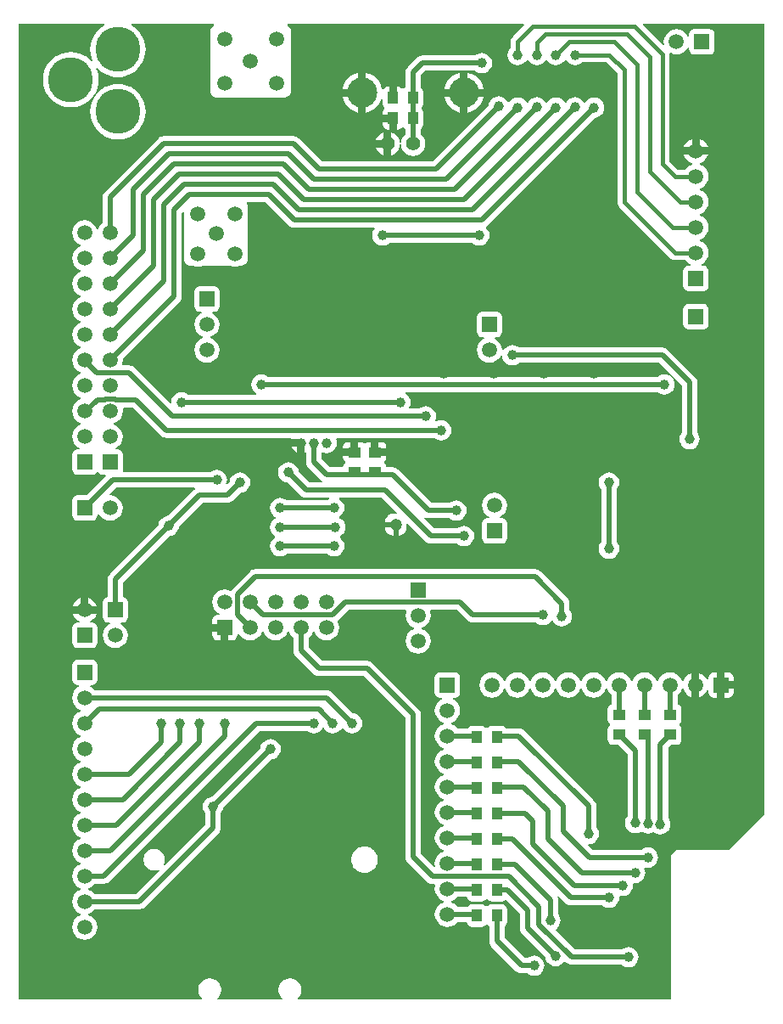
<source format=gbl>
G04 Layer_Physical_Order=2*
G04 Layer_Color=16711680*
%FSLAX23Y23*%
%MOIN*%
G70*
G01*
G75*
%ADD13R,0.039X0.049*%
%ADD17R,0.049X0.039*%
%ADD38C,0.020*%
%ADD41C,0.015*%
%ADD43C,0.177*%
%ADD44C,0.059*%
%ADD45R,0.059X0.059*%
%ADD46C,0.055*%
%ADD47C,0.118*%
%ADD48R,0.059X0.059*%
%ADD49C,0.039*%
%ADD50C,0.047*%
G36*
X2820Y767D02*
X2680Y627D01*
X2484D01*
X2476Y626D01*
X2469Y623D01*
X2463Y618D01*
X2458Y612D01*
X2455Y604D01*
X2454Y596D01*
Y40D01*
X987D01*
X986Y42D01*
X986Y45D01*
X991Y50D01*
X996Y58D01*
X999Y65D01*
X1001Y75D01*
Y83D01*
X999Y92D01*
X996Y100D01*
X991Y108D01*
X991Y108D01*
X985Y113D01*
X977Y119D01*
X970Y122D01*
X960Y124D01*
X958D01*
X956Y124D01*
X954Y124D01*
X952D01*
X942Y122D01*
X935Y119D01*
X927Y113D01*
X927Y113D01*
X921Y108D01*
X916Y100D01*
X913Y92D01*
X911Y83D01*
Y75D01*
X913Y65D01*
X916Y58D01*
X921Y50D01*
X921Y50D01*
X926Y45D01*
X925Y40D01*
X672D01*
X671Y42D01*
X671Y45D01*
X676Y50D01*
X681Y58D01*
X684Y65D01*
X686Y75D01*
Y83D01*
X684Y92D01*
X681Y100D01*
X676Y108D01*
X676Y108D01*
X670Y113D01*
X662Y119D01*
X655Y122D01*
X645Y124D01*
X643D01*
X641Y124D01*
X639Y124D01*
X637D01*
X627Y122D01*
X620Y119D01*
X612Y113D01*
X612Y113D01*
X606Y108D01*
X601Y100D01*
X598Y92D01*
X596Y83D01*
Y75D01*
X598Y65D01*
X601Y58D01*
X606Y50D01*
X606Y50D01*
X611Y45D01*
X610Y40D01*
X-110D01*
Y3870D01*
X226D01*
X228Y3865D01*
X216Y3858D01*
X203Y3847D01*
X192Y3834D01*
X183Y3819D01*
X176Y3804D01*
X172Y3787D01*
X171Y3770D01*
X172Y3753D01*
X176Y3736D01*
X180Y3727D01*
X176Y3724D01*
X172Y3729D01*
X159Y3740D01*
X144Y3749D01*
X129Y3755D01*
X112Y3759D01*
X95Y3761D01*
X78Y3759D01*
X61Y3755D01*
X46Y3749D01*
X31Y3740D01*
X18Y3729D01*
X7Y3716D01*
X-2Y3701D01*
X-9Y3686D01*
X-13Y3669D01*
X-14Y3652D01*
X-13Y3635D01*
X-9Y3618D01*
X-2Y3602D01*
X7Y3588D01*
X18Y3575D01*
X31Y3564D01*
X46Y3555D01*
X61Y3548D01*
X78Y3544D01*
X95Y3543D01*
X112Y3544D01*
X129Y3548D01*
X144Y3555D01*
X159Y3564D01*
X172Y3575D01*
X183Y3588D01*
X192Y3602D01*
X199Y3618D01*
X203Y3635D01*
X204Y3652D01*
X203Y3669D01*
X199Y3686D01*
X195Y3695D01*
X199Y3698D01*
X203Y3693D01*
X216Y3682D01*
X231Y3673D01*
X246Y3666D01*
X263Y3662D01*
X280Y3661D01*
X297Y3662D01*
X314Y3666D01*
X329Y3673D01*
X344Y3682D01*
X357Y3693D01*
X368Y3706D01*
X377Y3721D01*
X384Y3736D01*
X388Y3753D01*
X389Y3770D01*
X388Y3787D01*
X384Y3804D01*
X377Y3819D01*
X368Y3834D01*
X357Y3847D01*
X344Y3858D01*
X332Y3865D01*
X334Y3870D01*
X656D01*
X657Y3865D01*
X652Y3861D01*
X647Y3855D01*
X644Y3848D01*
X643Y3840D01*
Y3610D01*
X644Y3602D01*
X647Y3595D01*
X652Y3589D01*
X658Y3584D01*
X665Y3581D01*
X673Y3580D01*
X930D01*
X938Y3581D01*
X945Y3584D01*
X951Y3589D01*
X956Y3595D01*
X959Y3602D01*
X960Y3610D01*
Y3840D01*
X959Y3848D01*
X956Y3855D01*
X951Y3861D01*
X946Y3865D01*
X948Y3870D01*
X1875D01*
X1876Y3866D01*
X1832Y3821D01*
X1827Y3815D01*
X1825Y3809D01*
X1824Y3801D01*
Y3777D01*
X1823Y3777D01*
X1817Y3769D01*
X1813Y3759D01*
X1811Y3749D01*
X1813Y3738D01*
X1817Y3729D01*
X1823Y3720D01*
X1831Y3714D01*
X1841Y3710D01*
X1851Y3709D01*
X1862Y3710D01*
X1871Y3714D01*
X1880Y3720D01*
X1886Y3729D01*
X1886Y3729D01*
X1891D01*
X1892Y3729D01*
X1898Y3720D01*
X1906Y3714D01*
X1916Y3710D01*
X1926Y3709D01*
X1937Y3710D01*
X1946Y3714D01*
X1955Y3720D01*
X1961Y3729D01*
X1961Y3729D01*
X1966D01*
X1967Y3729D01*
X1973Y3720D01*
X1981Y3714D01*
X1991Y3710D01*
X2001Y3709D01*
X2012Y3710D01*
X2021Y3714D01*
X2030Y3720D01*
X2036Y3729D01*
X2036Y3729D01*
X2041D01*
X2042Y3729D01*
X2048Y3720D01*
X2056Y3714D01*
X2066Y3710D01*
X2076Y3709D01*
X2087Y3710D01*
X2096Y3714D01*
X2105Y3720D01*
X2105Y3721D01*
X2200D01*
X2242Y3679D01*
Y3170D01*
X2243Y3163D01*
X2246Y3156D01*
X2250Y3150D01*
X2449Y2952D01*
X2455Y2947D01*
X2461Y2945D01*
X2469Y2944D01*
X2510D01*
X2516Y2936D01*
X2526Y2928D01*
X2531Y2926D01*
X2530Y2921D01*
X2522D01*
X2514Y2920D01*
X2507Y2915D01*
X2503Y2909D01*
X2501Y2901D01*
Y2842D01*
X2503Y2834D01*
X2507Y2828D01*
X2514Y2823D01*
X2522Y2822D01*
X2581D01*
X2589Y2823D01*
X2595Y2828D01*
X2600Y2834D01*
X2601Y2842D01*
Y2901D01*
X2600Y2909D01*
X2595Y2915D01*
X2589Y2920D01*
X2581Y2921D01*
X2573D01*
X2572Y2926D01*
X2576Y2928D01*
X2587Y2936D01*
X2595Y2946D01*
X2600Y2959D01*
X2601Y2971D01*
X2600Y2984D01*
X2595Y2996D01*
X2587Y3007D01*
X2576Y3015D01*
X2567Y3019D01*
Y3024D01*
X2576Y3028D01*
X2587Y3036D01*
X2595Y3046D01*
X2600Y3059D01*
X2601Y3071D01*
X2600Y3084D01*
X2595Y3096D01*
X2587Y3107D01*
X2576Y3115D01*
X2567Y3119D01*
Y3124D01*
X2576Y3128D01*
X2587Y3136D01*
X2595Y3146D01*
X2600Y3159D01*
X2601Y3171D01*
X2600Y3184D01*
X2595Y3196D01*
X2587Y3207D01*
X2576Y3215D01*
X2567Y3219D01*
Y3224D01*
X2576Y3228D01*
X2587Y3236D01*
X2595Y3246D01*
X2600Y3259D01*
X2601Y3271D01*
X2600Y3284D01*
X2595Y3296D01*
X2587Y3307D01*
X2576Y3315D01*
X2567Y3319D01*
Y3324D01*
X2576Y3328D01*
X2587Y3336D01*
X2595Y3346D01*
X2599Y3356D01*
X2551D01*
X2504D01*
X2508Y3346D01*
X2516Y3336D01*
X2526Y3328D01*
X2536Y3324D01*
Y3319D01*
X2526Y3315D01*
X2516Y3307D01*
X2510Y3299D01*
X2480D01*
X2448Y3331D01*
Y3750D01*
X2447Y3753D01*
X2448Y3753D01*
X2452Y3756D01*
X2462Y3752D01*
X2475Y3750D01*
X2488Y3752D01*
X2500Y3757D01*
X2510Y3765D01*
X2518Y3775D01*
X2520Y3779D01*
X2525Y3778D01*
Y3770D01*
X2527Y3763D01*
X2531Y3756D01*
X2538Y3752D01*
X2545Y3750D01*
X2605D01*
X2612Y3752D01*
X2619Y3756D01*
X2623Y3763D01*
X2625Y3770D01*
Y3830D01*
X2623Y3837D01*
X2619Y3844D01*
X2612Y3848D01*
X2605Y3850D01*
X2545D01*
X2538Y3848D01*
X2531Y3844D01*
X2527Y3837D01*
X2525Y3830D01*
Y3822D01*
X2520Y3821D01*
X2518Y3825D01*
X2510Y3835D01*
X2500Y3843D01*
X2488Y3848D01*
X2475Y3850D01*
X2462Y3848D01*
X2450Y3843D01*
X2440Y3835D01*
X2432Y3825D01*
X2427Y3813D01*
X2425Y3800D01*
X2426Y3790D01*
X2422Y3788D01*
X2344Y3866D01*
X2345Y3870D01*
X2820D01*
Y767D01*
D02*
G37*
%LPC*%
G36*
X1920Y1730D02*
X820D01*
X812Y1729D01*
X805Y1726D01*
X799Y1721D01*
X799Y1721D01*
X729Y1651D01*
X724Y1645D01*
X722Y1644D01*
X713Y1648D01*
X700Y1650D01*
X687Y1648D01*
X675Y1643D01*
X665Y1635D01*
X657Y1625D01*
X652Y1613D01*
X650Y1600D01*
X652Y1587D01*
X657Y1575D01*
X665Y1565D01*
X675Y1557D01*
X679Y1555D01*
X678Y1550D01*
X670D01*
X663Y1548D01*
X656Y1544D01*
X652Y1537D01*
X650Y1530D01*
Y1515D01*
X700D01*
Y1500D01*
X715D01*
Y1450D01*
X730D01*
X737Y1452D01*
X744Y1456D01*
X748Y1463D01*
X750Y1470D01*
Y1478D01*
X755Y1479D01*
X757Y1475D01*
X765Y1465D01*
X775Y1457D01*
X787Y1452D01*
X800Y1450D01*
X813Y1452D01*
X825Y1457D01*
X835Y1465D01*
X843Y1475D01*
X847Y1485D01*
X853D01*
X857Y1475D01*
X865Y1465D01*
X875Y1457D01*
X887Y1452D01*
X900Y1450D01*
X913Y1452D01*
X925Y1457D01*
X935Y1465D01*
X943Y1475D01*
X947Y1485D01*
X953D01*
X957Y1475D01*
X965Y1465D01*
X970Y1461D01*
Y1410D01*
X971Y1402D01*
X974Y1395D01*
X979Y1389D01*
X1049Y1319D01*
X1049Y1319D01*
X1055Y1314D01*
X1062Y1311D01*
X1070Y1310D01*
X1247D01*
X1410Y1147D01*
Y600D01*
X1411Y592D01*
X1414Y585D01*
X1419Y579D01*
X1495Y503D01*
X1501Y498D01*
X1508Y495D01*
X1516Y494D01*
X1525D01*
X1527Y490D01*
X1527Y488D01*
X1525Y475D01*
X1527Y462D01*
X1532Y450D01*
X1540Y440D01*
X1550Y432D01*
X1560Y428D01*
Y422D01*
X1550Y418D01*
X1540Y410D01*
X1532Y400D01*
X1527Y388D01*
X1525Y375D01*
X1527Y362D01*
X1532Y350D01*
X1540Y340D01*
X1550Y332D01*
X1562Y327D01*
X1575Y325D01*
X1588Y327D01*
X1600Y332D01*
X1610Y340D01*
X1614Y345D01*
X1651D01*
X1652Y338D01*
X1657Y331D01*
X1663Y327D01*
X1671Y325D01*
X1710D01*
X1718Y327D01*
X1725Y331D01*
X1727Y334D01*
X1733D01*
X1735Y331D01*
X1739Y328D01*
Y271D01*
X1740Y263D01*
X1743Y255D01*
X1748Y249D01*
X1845Y152D01*
X1851Y148D01*
X1858Y145D01*
X1866Y144D01*
X1890D01*
X1896Y139D01*
X1906Y135D01*
X1916Y134D01*
X1927Y135D01*
X1936Y139D01*
X1945Y145D01*
X1951Y154D01*
X1955Y163D01*
X1956Y174D01*
X1955Y184D01*
X1951Y194D01*
X1945Y202D01*
X1936Y208D01*
X1927Y212D01*
X1916Y214D01*
X1906Y212D01*
X1896Y208D01*
X1890Y204D01*
X1879D01*
X1800Y283D01*
Y328D01*
X1803Y331D01*
X1808Y338D01*
X1809Y345D01*
Y395D01*
X1808Y402D01*
X1803Y409D01*
X1797Y413D01*
X1789Y415D01*
X1750D01*
X1742Y413D01*
X1735Y409D01*
X1733Y406D01*
X1727D01*
X1725Y409D01*
X1718Y413D01*
X1710Y415D01*
X1671D01*
X1663Y413D01*
X1657Y409D01*
X1654Y405D01*
X1614D01*
X1610Y410D01*
X1600Y418D01*
X1590Y422D01*
Y428D01*
X1600Y432D01*
X1610Y440D01*
X1614Y445D01*
X1651D01*
X1652Y438D01*
X1657Y431D01*
X1663Y427D01*
X1671Y425D01*
X1710D01*
X1718Y427D01*
X1725Y431D01*
X1727Y434D01*
X1733D01*
X1735Y431D01*
X1742Y427D01*
X1750Y425D01*
X1789D01*
X1797Y427D01*
X1803Y431D01*
X1806Y431D01*
X1860Y377D01*
Y320D01*
X1861Y312D01*
X1864Y305D01*
X1869Y299D01*
X1960Y208D01*
X1961Y200D01*
X1965Y191D01*
X1971Y183D01*
X1979Y176D01*
X1989Y172D01*
X1999Y171D01*
X2010Y172D01*
X2019Y176D01*
X2027Y183D01*
X2032Y188D01*
X2038Y189D01*
X2042Y185D01*
X2042Y185D01*
X2049Y180D01*
X2056Y177D01*
X2064Y176D01*
X2261D01*
X2266Y172D01*
X2276Y168D01*
X2286Y166D01*
X2297Y168D01*
X2306Y172D01*
X2315Y178D01*
X2321Y186D01*
X2325Y196D01*
X2326Y206D01*
X2325Y217D01*
X2321Y226D01*
X2315Y235D01*
X2306Y241D01*
X2297Y245D01*
X2286Y246D01*
X2276Y245D01*
X2266Y241D01*
X2261Y237D01*
X2076D01*
X2001Y311D01*
X2002Y318D01*
X2008Y322D01*
X2014Y330D01*
X2018Y340D01*
X2020Y350D01*
X2018Y361D01*
X2014Y370D01*
X2010Y376D01*
Y430D01*
X2009Y438D01*
X2007Y443D01*
X2011Y446D01*
X2039Y419D01*
X2045Y414D01*
X2052Y411D01*
X2060Y410D01*
X2184D01*
X2190Y405D01*
X2200Y401D01*
X2210Y400D01*
X2220Y401D01*
X2230Y405D01*
X2238Y412D01*
X2245Y420D01*
X2249Y430D01*
X2250Y440D01*
X2249Y445D01*
X2254Y448D01*
X2264Y446D01*
X2274Y448D01*
X2284Y452D01*
X2292Y458D01*
X2298Y466D01*
X2302Y476D01*
X2304Y486D01*
X2303Y493D01*
X2307Y498D01*
X2313Y497D01*
X2323Y499D01*
X2333Y503D01*
X2341Y509D01*
X2347Y517D01*
X2351Y527D01*
X2353Y537D01*
X2351Y548D01*
X2348Y555D01*
X2351Y559D01*
X2352Y559D01*
X2362Y558D01*
X2372Y559D01*
X2382Y563D01*
X2390Y570D01*
X2397Y578D01*
X2401Y588D01*
X2402Y598D01*
X2401Y608D01*
X2397Y618D01*
X2390Y626D01*
X2382Y633D01*
X2372Y637D01*
X2362Y638D01*
X2352Y637D01*
X2342Y633D01*
X2336Y628D01*
X2145D01*
X2127Y646D01*
X2129Y650D01*
X2130Y650D01*
X2140Y651D01*
X2150Y655D01*
X2158Y662D01*
X2165Y670D01*
X2169Y680D01*
X2170Y690D01*
X2169Y700D01*
X2165Y710D01*
X2160Y716D01*
Y800D01*
X2159Y808D01*
X2156Y815D01*
X2151Y821D01*
X1876Y1096D01*
X1870Y1101D01*
X1863Y1104D01*
X1855Y1105D01*
X1806D01*
X1803Y1109D01*
X1797Y1113D01*
X1789Y1115D01*
X1750D01*
X1742Y1113D01*
X1735Y1109D01*
X1733Y1106D01*
X1727D01*
X1725Y1109D01*
X1718Y1113D01*
X1710Y1115D01*
X1671D01*
X1663Y1113D01*
X1657Y1109D01*
X1654Y1105D01*
X1614D01*
X1610Y1110D01*
X1600Y1118D01*
X1590Y1122D01*
Y1128D01*
X1600Y1132D01*
X1610Y1140D01*
X1618Y1150D01*
X1623Y1162D01*
X1625Y1175D01*
X1623Y1188D01*
X1618Y1200D01*
X1610Y1210D01*
X1600Y1218D01*
X1596Y1220D01*
X1597Y1225D01*
X1605D01*
X1612Y1227D01*
X1619Y1231D01*
X1623Y1238D01*
X1625Y1245D01*
Y1305D01*
X1623Y1312D01*
X1619Y1319D01*
X1612Y1323D01*
X1605Y1325D01*
X1545D01*
X1538Y1323D01*
X1531Y1319D01*
X1527Y1312D01*
X1525Y1305D01*
Y1245D01*
X1527Y1238D01*
X1531Y1231D01*
X1538Y1227D01*
X1545Y1225D01*
X1553D01*
X1554Y1220D01*
X1550Y1218D01*
X1540Y1210D01*
X1532Y1200D01*
X1527Y1188D01*
X1525Y1175D01*
X1527Y1162D01*
X1532Y1150D01*
X1540Y1140D01*
X1550Y1132D01*
X1560Y1128D01*
Y1122D01*
X1550Y1118D01*
X1540Y1110D01*
X1532Y1100D01*
X1527Y1088D01*
X1525Y1075D01*
X1527Y1062D01*
X1532Y1050D01*
X1540Y1040D01*
X1550Y1032D01*
X1560Y1028D01*
Y1022D01*
X1550Y1018D01*
X1540Y1010D01*
X1532Y1000D01*
X1527Y988D01*
X1525Y975D01*
X1527Y962D01*
X1532Y950D01*
X1540Y940D01*
X1550Y932D01*
X1560Y928D01*
Y922D01*
X1550Y918D01*
X1540Y910D01*
X1532Y900D01*
X1527Y888D01*
X1525Y875D01*
X1527Y862D01*
X1532Y850D01*
X1540Y840D01*
X1550Y832D01*
X1560Y828D01*
Y822D01*
X1550Y818D01*
X1540Y810D01*
X1532Y800D01*
X1527Y788D01*
X1525Y775D01*
X1527Y762D01*
X1532Y750D01*
X1540Y740D01*
X1550Y732D01*
X1560Y728D01*
Y722D01*
X1550Y718D01*
X1540Y710D01*
X1532Y700D01*
X1527Y688D01*
X1525Y675D01*
X1527Y662D01*
X1532Y650D01*
X1540Y640D01*
X1550Y632D01*
X1560Y628D01*
Y622D01*
X1550Y618D01*
X1540Y610D01*
X1532Y600D01*
X1527Y588D01*
X1525Y575D01*
X1527Y563D01*
X1523Y561D01*
X1522Y561D01*
X1470Y613D01*
Y1160D01*
X1469Y1168D01*
X1466Y1175D01*
X1461Y1181D01*
X1461Y1181D01*
X1281Y1361D01*
X1275Y1366D01*
X1268Y1369D01*
X1260Y1370D01*
X1083D01*
X1030Y1423D01*
Y1461D01*
X1035Y1465D01*
X1043Y1475D01*
X1047Y1485D01*
X1053D01*
X1057Y1475D01*
X1065Y1465D01*
X1075Y1457D01*
X1087Y1452D01*
X1100Y1450D01*
X1113Y1452D01*
X1125Y1457D01*
X1135Y1465D01*
X1143Y1475D01*
X1148Y1487D01*
X1150Y1500D01*
X1148Y1513D01*
X1143Y1525D01*
X1143Y1526D01*
X1146Y1529D01*
X1188Y1570D01*
X1411D01*
X1414Y1566D01*
X1412Y1561D01*
X1410Y1548D01*
X1412Y1535D01*
X1417Y1523D01*
X1425Y1513D01*
X1435Y1505D01*
X1445Y1501D01*
Y1495D01*
X1435Y1491D01*
X1425Y1483D01*
X1417Y1473D01*
X1412Y1461D01*
X1410Y1448D01*
X1412Y1435D01*
X1417Y1423D01*
X1425Y1413D01*
X1435Y1405D01*
X1447Y1400D01*
X1460Y1398D01*
X1473Y1400D01*
X1485Y1405D01*
X1495Y1413D01*
X1503Y1423D01*
X1508Y1435D01*
X1510Y1448D01*
X1508Y1461D01*
X1503Y1473D01*
X1495Y1483D01*
X1485Y1491D01*
X1475Y1495D01*
Y1501D01*
X1485Y1505D01*
X1495Y1513D01*
X1503Y1523D01*
X1508Y1535D01*
X1510Y1548D01*
X1508Y1561D01*
X1506Y1566D01*
X1509Y1570D01*
X1612D01*
X1654Y1529D01*
X1660Y1524D01*
X1667Y1521D01*
X1675Y1520D01*
X1675Y1520D01*
X1924D01*
X1930Y1515D01*
X1940Y1511D01*
X1950Y1510D01*
X1960Y1511D01*
X1970Y1515D01*
X1978Y1522D01*
X1983Y1528D01*
X1989Y1528D01*
X1990Y1525D01*
X1997Y1517D01*
X2005Y1510D01*
X2015Y1506D01*
X2025Y1505D01*
X2035Y1506D01*
X2045Y1510D01*
X2053Y1517D01*
X2060Y1525D01*
X2064Y1535D01*
X2065Y1545D01*
X2064Y1555D01*
X2060Y1565D01*
X2055Y1571D01*
Y1595D01*
X2054Y1603D01*
X2051Y1610D01*
X2046Y1616D01*
X1941Y1721D01*
X1935Y1726D01*
X1928Y1729D01*
X1920Y1730D01*
D02*
G37*
G36*
X2210Y2110D02*
X2200Y2109D01*
X2190Y2105D01*
X2182Y2098D01*
X2175Y2090D01*
X2171Y2080D01*
X2170Y2070D01*
X2171Y2060D01*
X2175Y2050D01*
X2180Y2044D01*
Y1836D01*
X2175Y1830D01*
X2171Y1820D01*
X2170Y1810D01*
X2171Y1800D01*
X2175Y1790D01*
X2182Y1782D01*
X2190Y1775D01*
X2200Y1771D01*
X2210Y1770D01*
X2220Y1771D01*
X2230Y1775D01*
X2238Y1782D01*
X2245Y1790D01*
X2249Y1800D01*
X2250Y1810D01*
X2249Y1820D01*
X2245Y1830D01*
X2240Y1836D01*
Y2044D01*
X2245Y2050D01*
X2249Y2060D01*
X2250Y2070D01*
X2249Y2080D01*
X2245Y2090D01*
X2238Y2098D01*
X2230Y2105D01*
X2220Y2109D01*
X2210Y2110D01*
D02*
G37*
G36*
X135Y1617D02*
X125Y1613D01*
X115Y1605D01*
X107Y1595D01*
X103Y1585D01*
X135D01*
Y1617D01*
D02*
G37*
G36*
X165D02*
Y1585D01*
X197D01*
X193Y1595D01*
X185Y1605D01*
X175Y1613D01*
X165Y1617D01*
D02*
G37*
G36*
X1770Y2740D02*
X1710D01*
X1703Y2738D01*
X1696Y2734D01*
X1692Y2727D01*
X1690Y2720D01*
Y2660D01*
X1692Y2653D01*
X1696Y2646D01*
X1703Y2642D01*
X1710Y2640D01*
X1718D01*
X1719Y2635D01*
X1715Y2633D01*
X1705Y2625D01*
X1697Y2615D01*
X1692Y2603D01*
X1690Y2590D01*
X1692Y2577D01*
X1697Y2565D01*
X1705Y2555D01*
X1715Y2547D01*
X1727Y2542D01*
X1740Y2540D01*
X1753Y2542D01*
X1765Y2547D01*
X1775Y2555D01*
X1783Y2565D01*
X1785Y2569D01*
X1790Y2569D01*
X1791Y2560D01*
X1795Y2550D01*
X1802Y2542D01*
X1810Y2535D01*
X1820Y2531D01*
X1830Y2530D01*
X1840Y2531D01*
X1850Y2535D01*
X1856Y2540D01*
X2407D01*
X2496Y2451D01*
Y2266D01*
X2492Y2260D01*
X2488Y2250D01*
X2486Y2240D01*
X2488Y2230D01*
X2492Y2220D01*
X2498Y2212D01*
X2506Y2205D01*
X2516Y2201D01*
X2526Y2200D01*
X2537Y2201D01*
X2546Y2205D01*
X2555Y2212D01*
X2561Y2220D01*
X2565Y2230D01*
X2566Y2240D01*
X2565Y2250D01*
X2561Y2260D01*
X2557Y2266D01*
Y2464D01*
X2556Y2471D01*
X2553Y2479D01*
X2548Y2485D01*
X2548Y2485D01*
X2441Y2591D01*
X2435Y2596D01*
X2428Y2599D01*
X2420Y2600D01*
X1856D01*
X1850Y2605D01*
X1840Y2609D01*
X1830Y2610D01*
X1820Y2609D01*
X1810Y2605D01*
X1802Y2598D01*
X1795Y2590D01*
X1795Y2589D01*
X1790Y2590D01*
X1788Y2603D01*
X1783Y2615D01*
X1775Y2625D01*
X1765Y2633D01*
X1761Y2635D01*
X1762Y2640D01*
X1770D01*
X1777Y2642D01*
X1784Y2646D01*
X1788Y2653D01*
X1790Y2660D01*
Y2720D01*
X1788Y2727D01*
X1784Y2734D01*
X1777Y2738D01*
X1770Y2740D01*
D02*
G37*
G36*
X1195Y2229D02*
X1185D01*
X1178Y2228D01*
X1171Y2223D01*
X1167Y2217D01*
X1165Y2209D01*
Y2204D01*
X1195D01*
Y2229D01*
D02*
G37*
G36*
X1760Y2030D02*
X1747Y2028D01*
X1735Y2023D01*
X1725Y2015D01*
X1717Y2005D01*
X1712Y1993D01*
X1710Y1980D01*
X1712Y1967D01*
X1717Y1955D01*
X1725Y1945D01*
X1735Y1937D01*
X1739Y1935D01*
X1738Y1930D01*
X1730D01*
X1723Y1928D01*
X1716Y1924D01*
X1712Y1917D01*
X1710Y1910D01*
Y1850D01*
X1712Y1843D01*
X1716Y1836D01*
X1723Y1832D01*
X1730Y1830D01*
X1790D01*
X1797Y1832D01*
X1804Y1836D01*
X1808Y1843D01*
X1810Y1850D01*
Y1910D01*
X1808Y1917D01*
X1804Y1924D01*
X1797Y1928D01*
X1790Y1930D01*
X1782D01*
X1781Y1935D01*
X1785Y1937D01*
X1795Y1945D01*
X1803Y1955D01*
X1808Y1967D01*
X1810Y1980D01*
X1808Y1993D01*
X1803Y2005D01*
X1795Y2015D01*
X1785Y2023D01*
X1773Y2028D01*
X1760Y2030D01*
D02*
G37*
G36*
X985Y2210D02*
X963D01*
X965Y2205D01*
X972Y2197D01*
X980Y2190D01*
X985Y2188D01*
Y2210D01*
D02*
G37*
G36*
X2700Y1260D02*
X2665D01*
Y1225D01*
X2680D01*
X2687Y1227D01*
X2694Y1231D01*
X2698Y1238D01*
X2700Y1245D01*
Y1260D01*
D02*
G37*
G36*
X2680Y1325D02*
X2665D01*
Y1290D01*
X2700D01*
Y1305D01*
X2698Y1312D01*
X2694Y1319D01*
X2687Y1323D01*
X2680Y1325D01*
D02*
G37*
G36*
X1249Y642D02*
X1248Y642D01*
X1246Y642D01*
X1238Y641D01*
X1236Y640D01*
X1233Y639D01*
X1225Y636D01*
X1223Y635D01*
X1221Y633D01*
X1214Y628D01*
X1212Y626D01*
X1210Y625D01*
X1205Y618D01*
X1204Y616D01*
X1203Y613D01*
X1199Y606D01*
X1199Y603D01*
X1198Y601D01*
X1197Y592D01*
X1197Y590D01*
X1197Y587D01*
X1198Y579D01*
X1199Y576D01*
X1199Y574D01*
X1203Y566D01*
X1204Y564D01*
X1205Y561D01*
X1210Y555D01*
X1212Y553D01*
X1214Y551D01*
X1221Y546D01*
X1223Y545D01*
X1225Y543D01*
X1233Y540D01*
X1236Y540D01*
X1238Y539D01*
X1246Y538D01*
X1248Y538D01*
X1249Y538D01*
X1250Y538D01*
X1252Y538D01*
X1260Y539D01*
X1262Y540D01*
X1265Y540D01*
X1273Y543D01*
X1275Y545D01*
X1277Y546D01*
X1284Y551D01*
X1286Y553D01*
X1288Y555D01*
X1293Y561D01*
X1294Y564D01*
X1295Y566D01*
X1299Y574D01*
X1299Y576D01*
X1300Y579D01*
X1301Y587D01*
X1301Y590D01*
X1301Y592D01*
X1300Y601D01*
X1299Y603D01*
X1299Y606D01*
X1295Y613D01*
X1294Y616D01*
X1293Y618D01*
X1288Y625D01*
X1286Y626D01*
X1284Y628D01*
X1277Y633D01*
X1275Y635D01*
X1273Y636D01*
X1265Y639D01*
X1262Y640D01*
X1260Y641D01*
X1252Y642D01*
X1250Y642D01*
X1249Y642D01*
D02*
G37*
G36*
X180Y1375D02*
X120D01*
X113Y1373D01*
X106Y1369D01*
X102Y1362D01*
X100Y1355D01*
Y1295D01*
X102Y1288D01*
X106Y1281D01*
X113Y1277D01*
X120Y1275D01*
X128D01*
X129Y1270D01*
X125Y1268D01*
X115Y1260D01*
X107Y1250D01*
X102Y1238D01*
X100Y1225D01*
X102Y1212D01*
X107Y1200D01*
X115Y1190D01*
X125Y1182D01*
X135Y1178D01*
Y1172D01*
X125Y1168D01*
X115Y1160D01*
X107Y1150D01*
X102Y1138D01*
X100Y1125D01*
X102Y1112D01*
X107Y1100D01*
X115Y1090D01*
X125Y1082D01*
X135Y1078D01*
Y1072D01*
X125Y1068D01*
X115Y1060D01*
X107Y1050D01*
X102Y1038D01*
X100Y1025D01*
X102Y1012D01*
X107Y1000D01*
X115Y990D01*
X125Y982D01*
X135Y978D01*
Y972D01*
X125Y968D01*
X115Y960D01*
X107Y950D01*
X102Y938D01*
X100Y925D01*
X102Y912D01*
X107Y900D01*
X115Y890D01*
X125Y882D01*
X135Y878D01*
Y872D01*
X125Y868D01*
X115Y860D01*
X107Y850D01*
X102Y838D01*
X100Y825D01*
X102Y812D01*
X107Y800D01*
X115Y790D01*
X125Y782D01*
X135Y778D01*
Y772D01*
X125Y768D01*
X115Y760D01*
X107Y750D01*
X102Y738D01*
X100Y725D01*
X102Y712D01*
X107Y700D01*
X115Y690D01*
X125Y682D01*
X135Y678D01*
Y672D01*
X125Y668D01*
X115Y660D01*
X107Y650D01*
X102Y638D01*
X100Y625D01*
X102Y612D01*
X107Y600D01*
X115Y590D01*
X125Y582D01*
X135Y578D01*
Y572D01*
X125Y568D01*
X115Y560D01*
X107Y550D01*
X102Y538D01*
X100Y525D01*
X102Y512D01*
X107Y500D01*
X115Y490D01*
X125Y482D01*
X135Y478D01*
Y472D01*
X125Y468D01*
X115Y460D01*
X107Y450D01*
X102Y438D01*
X100Y425D01*
X102Y412D01*
X107Y400D01*
X115Y390D01*
X125Y382D01*
X135Y378D01*
Y372D01*
X125Y368D01*
X115Y360D01*
X107Y350D01*
X102Y338D01*
X100Y325D01*
X102Y312D01*
X107Y300D01*
X115Y290D01*
X125Y282D01*
X137Y277D01*
X150Y275D01*
X163Y277D01*
X175Y282D01*
X185Y290D01*
X193Y300D01*
X198Y312D01*
X200Y325D01*
X198Y338D01*
X193Y350D01*
X185Y360D01*
X175Y368D01*
X165Y372D01*
Y378D01*
X175Y382D01*
X185Y390D01*
X189Y395D01*
X365D01*
X373Y396D01*
X380Y399D01*
X386Y404D01*
X675Y692D01*
X675Y692D01*
X680Y698D01*
X683Y706D01*
X684Y714D01*
Y771D01*
X688Y776D01*
X692Y786D01*
X693Y793D01*
X883Y983D01*
X890Y984D01*
X900Y988D01*
X908Y995D01*
X915Y1003D01*
X919Y1013D01*
X920Y1023D01*
X919Y1033D01*
X915Y1043D01*
X908Y1051D01*
X900Y1058D01*
X890Y1062D01*
X880Y1063D01*
X870Y1062D01*
X860Y1058D01*
X852Y1051D01*
X845Y1043D01*
X841Y1033D01*
X840Y1026D01*
X650Y836D01*
X643Y835D01*
X634Y831D01*
X625Y825D01*
X619Y816D01*
X615Y807D01*
X614Y796D01*
X615Y786D01*
X619Y776D01*
X623Y771D01*
Y726D01*
X462Y565D01*
X459Y568D01*
X460Y570D01*
X463Y577D01*
X464Y586D01*
Y594D01*
X463Y602D01*
X460Y610D01*
X460Y610D01*
X455Y617D01*
X449Y622D01*
X442Y627D01*
X435Y630D01*
X426Y632D01*
X424D01*
X422Y632D01*
X420Y632D01*
X418D01*
X410Y630D01*
X402Y627D01*
X402Y627D01*
X395Y622D01*
X390Y617D01*
X385Y610D01*
X382Y602D01*
X380Y594D01*
Y586D01*
X382Y577D01*
X385Y570D01*
X385Y570D01*
X390Y563D01*
X395Y557D01*
X402Y552D01*
X410Y549D01*
X418Y548D01*
X420D01*
X422Y547D01*
X424Y548D01*
X426D01*
X435Y549D01*
X442Y552D01*
X442Y552D01*
X443Y546D01*
X352Y455D01*
X189D01*
X185Y460D01*
X175Y468D01*
X165Y472D01*
Y478D01*
X175Y482D01*
X185Y490D01*
X189Y495D01*
X225D01*
X233Y496D01*
X240Y499D01*
X246Y504D01*
X838Y1095D01*
X1024D01*
X1030Y1090D01*
X1040Y1086D01*
X1050Y1085D01*
X1060Y1086D01*
X1070Y1090D01*
X1078Y1097D01*
X1085Y1105D01*
X1085Y1106D01*
X1090D01*
X1090Y1105D01*
X1097Y1097D01*
X1105Y1090D01*
X1115Y1086D01*
X1125Y1085D01*
X1135Y1086D01*
X1145Y1090D01*
X1153Y1097D01*
X1160Y1105D01*
X1160Y1106D01*
X1165D01*
X1165Y1105D01*
X1172Y1097D01*
X1180Y1090D01*
X1190Y1086D01*
X1200Y1085D01*
X1210Y1086D01*
X1220Y1090D01*
X1228Y1097D01*
X1235Y1105D01*
X1239Y1115D01*
X1240Y1125D01*
X1239Y1135D01*
X1235Y1145D01*
X1228Y1153D01*
X1220Y1160D01*
X1210Y1164D01*
X1203Y1165D01*
X1121Y1246D01*
X1115Y1251D01*
X1108Y1254D01*
X1100Y1255D01*
X189D01*
X185Y1260D01*
X175Y1268D01*
X171Y1270D01*
X172Y1275D01*
X180D01*
X187Y1277D01*
X194Y1281D01*
X198Y1288D01*
X200Y1295D01*
Y1355D01*
X198Y1362D01*
X194Y1369D01*
X187Y1373D01*
X180Y1375D01*
D02*
G37*
G36*
X197Y1555D02*
X150D01*
X103D01*
X107Y1545D01*
X115Y1535D01*
X125Y1527D01*
X129Y1525D01*
X128Y1520D01*
X120D01*
X113Y1518D01*
X106Y1514D01*
X102Y1507D01*
X100Y1500D01*
Y1440D01*
X102Y1433D01*
X106Y1426D01*
X113Y1422D01*
X120Y1420D01*
X180D01*
X187Y1422D01*
X194Y1426D01*
X198Y1433D01*
X200Y1440D01*
Y1500D01*
X198Y1507D01*
X194Y1514D01*
X187Y1518D01*
X180Y1520D01*
X172D01*
X171Y1525D01*
X175Y1527D01*
X185Y1535D01*
X193Y1545D01*
X197Y1555D01*
D02*
G37*
G36*
X685Y1485D02*
X650D01*
Y1470D01*
X652Y1463D01*
X656Y1456D01*
X663Y1452D01*
X670Y1450D01*
X685D01*
Y1485D01*
D02*
G37*
G36*
X2450Y1325D02*
X2437Y1323D01*
X2425Y1318D01*
X2415Y1310D01*
X2407Y1300D01*
X2403Y1290D01*
X2397D01*
X2393Y1300D01*
X2385Y1310D01*
X2375Y1318D01*
X2363Y1323D01*
X2350Y1325D01*
X2337Y1323D01*
X2325Y1318D01*
X2315Y1310D01*
X2307Y1300D01*
X2303Y1290D01*
X2297D01*
X2293Y1300D01*
X2285Y1310D01*
X2275Y1318D01*
X2263Y1323D01*
X2250Y1325D01*
X2237Y1323D01*
X2225Y1318D01*
X2215Y1310D01*
X2207Y1300D01*
X2203Y1290D01*
X2197D01*
X2193Y1300D01*
X2185Y1310D01*
X2175Y1318D01*
X2163Y1323D01*
X2150Y1325D01*
X2137Y1323D01*
X2125Y1318D01*
X2115Y1310D01*
X2107Y1300D01*
X2103Y1290D01*
X2097D01*
X2093Y1300D01*
X2085Y1310D01*
X2075Y1318D01*
X2063Y1323D01*
X2050Y1325D01*
X2037Y1323D01*
X2025Y1318D01*
X2015Y1310D01*
X2007Y1300D01*
X2003Y1290D01*
X1997D01*
X1993Y1300D01*
X1985Y1310D01*
X1975Y1318D01*
X1963Y1323D01*
X1950Y1325D01*
X1937Y1323D01*
X1925Y1318D01*
X1915Y1310D01*
X1907Y1300D01*
X1903Y1290D01*
X1897D01*
X1893Y1300D01*
X1885Y1310D01*
X1875Y1318D01*
X1863Y1323D01*
X1850Y1325D01*
X1837Y1323D01*
X1825Y1318D01*
X1815Y1310D01*
X1807Y1300D01*
X1803Y1290D01*
X1797D01*
X1793Y1300D01*
X1785Y1310D01*
X1775Y1318D01*
X1763Y1323D01*
X1750Y1325D01*
X1737Y1323D01*
X1725Y1318D01*
X1715Y1310D01*
X1707Y1300D01*
X1702Y1288D01*
X1700Y1275D01*
X1702Y1262D01*
X1707Y1250D01*
X1715Y1240D01*
X1725Y1232D01*
X1737Y1227D01*
X1750Y1225D01*
X1763Y1227D01*
X1775Y1232D01*
X1785Y1240D01*
X1793Y1250D01*
X1797Y1260D01*
X1803D01*
X1807Y1250D01*
X1815Y1240D01*
X1825Y1232D01*
X1837Y1227D01*
X1850Y1225D01*
X1863Y1227D01*
X1875Y1232D01*
X1885Y1240D01*
X1893Y1250D01*
X1897Y1260D01*
X1903D01*
X1907Y1250D01*
X1915Y1240D01*
X1925Y1232D01*
X1937Y1227D01*
X1950Y1225D01*
X1963Y1227D01*
X1975Y1232D01*
X1985Y1240D01*
X1993Y1250D01*
X1997Y1260D01*
X2003D01*
X2007Y1250D01*
X2015Y1240D01*
X2025Y1232D01*
X2037Y1227D01*
X2050Y1225D01*
X2063Y1227D01*
X2075Y1232D01*
X2085Y1240D01*
X2093Y1250D01*
X2097Y1260D01*
X2103D01*
X2107Y1250D01*
X2115Y1240D01*
X2125Y1232D01*
X2137Y1227D01*
X2150Y1225D01*
X2163Y1227D01*
X2175Y1232D01*
X2185Y1240D01*
X2193Y1250D01*
X2197Y1260D01*
X2203D01*
X2207Y1250D01*
X2215Y1240D01*
X2220Y1236D01*
Y1198D01*
X2218Y1198D01*
X2211Y1193D01*
X2207Y1187D01*
X2205Y1179D01*
Y1140D01*
X2207Y1132D01*
X2211Y1125D01*
X2214Y1123D01*
Y1117D01*
X2211Y1115D01*
X2207Y1108D01*
X2205Y1100D01*
Y1061D01*
X2207Y1053D01*
X2211Y1047D01*
X2218Y1042D01*
X2225Y1041D01*
X2247D01*
X2283Y1005D01*
Y759D01*
X2278Y753D01*
X2274Y743D01*
X2273Y733D01*
X2274Y722D01*
X2278Y713D01*
X2285Y705D01*
X2293Y698D01*
X2302Y694D01*
X2313Y693D01*
X2323Y694D01*
X2333Y698D01*
X2337Y701D01*
X2342Y697D01*
X2352Y693D01*
X2362Y692D01*
X2372Y693D01*
X2382Y697D01*
X2384Y699D01*
X2391Y694D01*
X2401Y690D01*
X2411Y689D01*
X2422Y690D01*
X2431Y694D01*
X2440Y700D01*
X2446Y709D01*
X2450Y718D01*
X2451Y729D01*
X2450Y739D01*
X2446Y749D01*
X2442Y754D01*
Y1029D01*
X2453Y1041D01*
X2475D01*
X2482Y1042D01*
X2489Y1047D01*
X2493Y1053D01*
X2495Y1061D01*
Y1100D01*
X2493Y1108D01*
X2489Y1115D01*
X2486Y1117D01*
Y1123D01*
X2489Y1125D01*
X2493Y1132D01*
X2495Y1140D01*
Y1179D01*
X2493Y1187D01*
X2489Y1193D01*
X2482Y1198D01*
X2480Y1198D01*
Y1236D01*
X2485Y1240D01*
X2493Y1250D01*
X2497Y1260D01*
X2503D01*
X2507Y1250D01*
X2515Y1240D01*
X2525Y1232D01*
X2535Y1228D01*
Y1275D01*
Y1322D01*
X2525Y1318D01*
X2515Y1310D01*
X2507Y1300D01*
X2503Y1290D01*
X2497D01*
X2493Y1300D01*
X2485Y1310D01*
X2475Y1318D01*
X2463Y1323D01*
X2450Y1325D01*
D02*
G37*
G36*
X2635Y1325D02*
X2620D01*
X2613Y1323D01*
X2606Y1319D01*
X2602Y1312D01*
X2600Y1305D01*
Y1297D01*
X2595Y1296D01*
X2593Y1300D01*
X2585Y1310D01*
X2575Y1318D01*
X2565Y1322D01*
Y1275D01*
Y1228D01*
X2575Y1232D01*
X2585Y1240D01*
X2593Y1250D01*
X2595Y1254D01*
X2600Y1253D01*
Y1245D01*
X2602Y1238D01*
X2606Y1231D01*
X2613Y1227D01*
X2620Y1225D01*
X2635D01*
Y1275D01*
Y1325D01*
D02*
G37*
G36*
X1315Y2229D02*
X1305D01*
Y2204D01*
X1335D01*
Y2209D01*
X1333Y2217D01*
X1329Y2223D01*
X1322Y2228D01*
X1315Y2229D01*
D02*
G37*
G36*
X1625Y3585D02*
X1562D01*
X1562Y3585D01*
X1567Y3570D01*
X1574Y3556D01*
X1584Y3544D01*
X1596Y3534D01*
X1610Y3527D01*
X1625Y3522D01*
X1625Y3522D01*
Y3585D01*
D02*
G37*
G36*
X1718D02*
X1655D01*
Y3522D01*
X1655Y3522D01*
X1670Y3527D01*
X1684Y3534D01*
X1696Y3544D01*
X1706Y3556D01*
X1713Y3570D01*
X1718Y3585D01*
X1718Y3585D01*
D02*
G37*
G36*
X1346Y3485D02*
X1321D01*
Y3475D01*
X1322Y3468D01*
X1327Y3461D01*
X1333Y3457D01*
X1341Y3455D01*
X1346D01*
Y3485D01*
D02*
G37*
G36*
X1225Y3585D02*
X1162D01*
X1162Y3585D01*
X1167Y3570D01*
X1174Y3556D01*
X1184Y3544D01*
X1196Y3534D01*
X1210Y3527D01*
X1225Y3522D01*
X1225Y3522D01*
Y3585D01*
D02*
G37*
G36*
X1655Y3678D02*
Y3615D01*
X1718D01*
X1718Y3615D01*
X1713Y3630D01*
X1706Y3644D01*
X1696Y3656D01*
X1684Y3666D01*
X1670Y3673D01*
X1655Y3678D01*
X1655Y3678D01*
D02*
G37*
G36*
X1710Y3756D02*
X1700Y3754D01*
X1690Y3750D01*
X1684Y3746D01*
X1476D01*
X1476Y3746D01*
X1468Y3745D01*
X1461Y3742D01*
X1454Y3737D01*
X1419Y3701D01*
X1414Y3695D01*
X1411Y3688D01*
X1410Y3680D01*
Y3622D01*
X1405Y3619D01*
X1403Y3616D01*
X1397D01*
X1395Y3619D01*
X1388Y3623D01*
X1380Y3625D01*
X1376D01*
Y3580D01*
X1346D01*
Y3625D01*
X1341D01*
X1333Y3623D01*
X1327Y3619D01*
X1323Y3614D01*
X1318Y3615D01*
X1318Y3615D01*
X1313Y3630D01*
X1306Y3644D01*
X1296Y3656D01*
X1284Y3666D01*
X1270Y3673D01*
X1255Y3678D01*
X1255Y3678D01*
Y3600D01*
Y3522D01*
X1255Y3522D01*
X1270Y3527D01*
X1284Y3534D01*
X1296Y3544D01*
X1306Y3556D01*
X1313Y3570D01*
X1316Y3577D01*
X1321Y3576D01*
Y3555D01*
X1322Y3548D01*
X1327Y3541D01*
Y3539D01*
X1322Y3532D01*
X1321Y3525D01*
Y3515D01*
X1361D01*
Y3500D01*
X1376D01*
Y3455D01*
X1380D01*
X1388Y3457D01*
X1395Y3461D01*
X1397Y3464D01*
X1403D01*
X1405Y3461D01*
X1410Y3458D01*
Y3437D01*
X1406Y3434D01*
X1398Y3424D01*
X1394Y3412D01*
X1393Y3404D01*
X1387D01*
X1386Y3412D01*
X1382Y3424D01*
X1374Y3434D01*
X1364Y3442D01*
X1355Y3445D01*
Y3400D01*
Y3355D01*
X1364Y3358D01*
X1374Y3366D01*
X1382Y3376D01*
X1386Y3388D01*
X1387Y3396D01*
X1393D01*
X1394Y3388D01*
X1398Y3376D01*
X1406Y3366D01*
X1416Y3358D01*
X1428Y3354D01*
X1440Y3352D01*
X1452Y3354D01*
X1464Y3358D01*
X1474Y3366D01*
X1482Y3376D01*
X1486Y3388D01*
X1488Y3400D01*
X1486Y3412D01*
X1482Y3424D01*
X1474Y3434D01*
X1470Y3437D01*
Y3459D01*
X1473Y3461D01*
X1478Y3468D01*
X1479Y3475D01*
Y3525D01*
X1478Y3532D01*
X1473Y3539D01*
Y3541D01*
X1478Y3548D01*
X1479Y3555D01*
Y3605D01*
X1478Y3612D01*
X1473Y3619D01*
X1470Y3621D01*
Y3667D01*
X1488Y3686D01*
X1684D01*
X1690Y3681D01*
X1700Y3677D01*
X1710Y3676D01*
X1720Y3677D01*
X1730Y3681D01*
X1738Y3688D01*
X1745Y3696D01*
X1749Y3705D01*
X1750Y3716D01*
X1749Y3726D01*
X1745Y3736D01*
X1738Y3744D01*
X1730Y3750D01*
X1720Y3754D01*
X1710Y3756D01*
D02*
G37*
G36*
X1225Y3678D02*
X1225Y3678D01*
X1210Y3673D01*
X1196Y3666D01*
X1184Y3656D01*
X1174Y3644D01*
X1167Y3630D01*
X1162Y3615D01*
X1162Y3615D01*
X1225D01*
Y3678D01*
D02*
G37*
G36*
X1625D02*
X1625Y3678D01*
X1610Y3673D01*
X1596Y3666D01*
X1584Y3656D01*
X1574Y3644D01*
X1567Y3630D01*
X1562Y3615D01*
X1562Y3615D01*
X1625D01*
Y3678D01*
D02*
G37*
G36*
X1776Y3586D02*
X1766Y3585D01*
X1756Y3581D01*
X1748Y3575D01*
X1742Y3566D01*
X1738Y3557D01*
X1737Y3550D01*
X1517Y3330D01*
X1083D01*
X991Y3421D01*
X985Y3426D01*
X978Y3429D01*
X970Y3430D01*
X460D01*
X452Y3429D01*
X445Y3426D01*
X439Y3421D01*
X439Y3421D01*
X229Y3211D01*
X224Y3205D01*
X221Y3198D01*
X220Y3190D01*
Y3089D01*
X215Y3085D01*
X207Y3075D01*
X203Y3065D01*
X197D01*
X193Y3075D01*
X185Y3085D01*
X175Y3093D01*
X163Y3098D01*
X150Y3100D01*
X137Y3098D01*
X125Y3093D01*
X115Y3085D01*
X107Y3075D01*
X102Y3063D01*
X100Y3050D01*
X102Y3037D01*
X107Y3025D01*
X115Y3015D01*
X125Y3007D01*
X135Y3003D01*
Y2997D01*
X125Y2993D01*
X115Y2985D01*
X107Y2975D01*
X102Y2963D01*
X100Y2950D01*
X102Y2937D01*
X107Y2925D01*
X115Y2915D01*
X125Y2907D01*
X135Y2903D01*
Y2897D01*
X125Y2893D01*
X115Y2885D01*
X107Y2875D01*
X102Y2863D01*
X100Y2850D01*
X102Y2837D01*
X107Y2825D01*
X115Y2815D01*
X125Y2807D01*
X135Y2803D01*
Y2797D01*
X125Y2793D01*
X115Y2785D01*
X107Y2775D01*
X102Y2763D01*
X100Y2750D01*
X102Y2737D01*
X107Y2725D01*
X115Y2715D01*
X125Y2707D01*
X135Y2703D01*
Y2697D01*
X125Y2693D01*
X115Y2685D01*
X107Y2675D01*
X102Y2663D01*
X100Y2650D01*
X102Y2637D01*
X107Y2625D01*
X115Y2615D01*
X125Y2607D01*
X135Y2603D01*
Y2597D01*
X125Y2593D01*
X115Y2585D01*
X107Y2575D01*
X102Y2563D01*
X100Y2550D01*
X102Y2537D01*
X107Y2525D01*
X115Y2515D01*
X125Y2507D01*
X135Y2503D01*
Y2497D01*
X125Y2493D01*
X115Y2485D01*
X107Y2475D01*
X102Y2463D01*
X100Y2450D01*
X102Y2437D01*
X107Y2425D01*
X115Y2415D01*
X125Y2407D01*
X135Y2403D01*
Y2397D01*
X125Y2393D01*
X115Y2385D01*
X107Y2375D01*
X102Y2363D01*
X100Y2350D01*
X102Y2337D01*
X107Y2325D01*
X115Y2315D01*
X125Y2307D01*
X135Y2303D01*
Y2297D01*
X125Y2293D01*
X115Y2285D01*
X107Y2275D01*
X102Y2263D01*
X100Y2250D01*
X102Y2237D01*
X107Y2225D01*
X115Y2215D01*
X125Y2207D01*
X129Y2205D01*
X128Y2200D01*
X120D01*
X113Y2198D01*
X106Y2194D01*
X102Y2187D01*
X100Y2180D01*
Y2120D01*
X102Y2113D01*
X106Y2106D01*
X113Y2102D01*
X120Y2100D01*
X180D01*
X187Y2102D01*
X194Y2106D01*
X197Y2111D01*
X197Y2111D01*
X203D01*
X203Y2111D01*
X206Y2106D01*
X213Y2102D01*
X220Y2100D01*
X231D01*
X233Y2095D01*
X157Y2020D01*
X120D01*
X113Y2018D01*
X106Y2014D01*
X102Y2007D01*
X100Y2000D01*
Y1940D01*
X102Y1933D01*
X106Y1926D01*
X113Y1922D01*
X120Y1920D01*
X180D01*
X187Y1922D01*
X194Y1926D01*
X198Y1933D01*
X200Y1940D01*
Y1948D01*
X205Y1949D01*
X207Y1945D01*
X215Y1935D01*
X225Y1927D01*
X237Y1922D01*
X250Y1920D01*
X263Y1922D01*
X275Y1927D01*
X285Y1935D01*
X293Y1945D01*
X298Y1957D01*
X300Y1970D01*
X298Y1983D01*
X293Y1995D01*
X285Y2005D01*
X275Y2013D01*
X263Y2018D01*
X250Y2020D01*
X249Y2020D01*
X247Y2024D01*
X273Y2050D01*
X581D01*
X583Y2045D01*
X579Y2041D01*
X477Y1940D01*
X470Y1939D01*
X460Y1935D01*
X452Y1928D01*
X445Y1920D01*
X441Y1910D01*
X440Y1903D01*
X249Y1711D01*
X244Y1705D01*
X241Y1698D01*
X240Y1690D01*
Y1620D01*
X233Y1618D01*
X226Y1614D01*
X222Y1607D01*
X220Y1600D01*
Y1540D01*
X222Y1533D01*
X226Y1526D01*
X233Y1522D01*
X240Y1520D01*
X248D01*
X249Y1515D01*
X245Y1513D01*
X235Y1505D01*
X227Y1495D01*
X222Y1483D01*
X220Y1470D01*
X222Y1457D01*
X227Y1445D01*
X235Y1435D01*
X245Y1427D01*
X257Y1422D01*
X270Y1420D01*
X283Y1422D01*
X295Y1427D01*
X305Y1435D01*
X313Y1445D01*
X318Y1457D01*
X320Y1470D01*
X318Y1483D01*
X313Y1495D01*
X305Y1505D01*
X295Y1513D01*
X291Y1515D01*
X292Y1520D01*
X300D01*
X307Y1522D01*
X314Y1526D01*
X318Y1533D01*
X320Y1540D01*
Y1600D01*
X318Y1607D01*
X314Y1614D01*
X307Y1618D01*
X300Y1620D01*
Y1677D01*
X483Y1860D01*
X490Y1861D01*
X500Y1865D01*
X508Y1872D01*
X515Y1880D01*
X519Y1890D01*
X520Y1897D01*
X613Y1990D01*
X710D01*
X718Y1991D01*
X725Y1994D01*
X731Y1999D01*
X763Y2030D01*
X770Y2031D01*
X780Y2035D01*
X788Y2042D01*
X795Y2050D01*
X799Y2060D01*
X800Y2070D01*
X799Y2080D01*
X795Y2090D01*
X788Y2098D01*
X780Y2105D01*
X770Y2109D01*
X760Y2110D01*
X750Y2109D01*
X740Y2105D01*
X732Y2098D01*
X725Y2090D01*
X721Y2080D01*
X720Y2073D01*
X710Y2062D01*
X705Y2065D01*
X707Y2070D01*
X709Y2080D01*
X707Y2090D01*
X703Y2100D01*
X697Y2108D01*
X689Y2115D01*
X679Y2119D01*
X669Y2120D01*
X658Y2119D01*
X648Y2115D01*
X643Y2110D01*
X302D01*
X299Y2115D01*
X300Y2120D01*
Y2180D01*
X298Y2187D01*
X294Y2194D01*
X287Y2198D01*
X280Y2200D01*
X272D01*
X271Y2205D01*
X275Y2207D01*
X285Y2215D01*
X293Y2225D01*
X298Y2237D01*
X300Y2250D01*
X298Y2263D01*
X293Y2275D01*
X285Y2285D01*
X275Y2293D01*
X265Y2297D01*
Y2303D01*
X275Y2307D01*
X285Y2315D01*
X293Y2325D01*
X298Y2337D01*
X300Y2350D01*
X299Y2360D01*
X303Y2365D01*
X337D01*
X449Y2254D01*
X455Y2249D01*
X462Y2246D01*
X470Y2245D01*
X961D01*
X964Y2241D01*
X963Y2240D01*
X1000D01*
Y2225D01*
X1010D01*
X1011Y2215D01*
X1015Y2206D01*
Y2188D01*
X1016Y2188D01*
X1020Y2186D01*
Y2150D01*
X1021Y2142D01*
X1024Y2135D01*
X1029Y2129D01*
X1079Y2079D01*
X1083Y2075D01*
X1081Y2070D01*
X1033D01*
X990Y2113D01*
X989Y2120D01*
X985Y2130D01*
X978Y2138D01*
X970Y2145D01*
X960Y2149D01*
X950Y2150D01*
X940Y2149D01*
X930Y2145D01*
X922Y2138D01*
X915Y2130D01*
X911Y2120D01*
X910Y2110D01*
X911Y2100D01*
X915Y2090D01*
X922Y2082D01*
X930Y2075D01*
X940Y2071D01*
X947Y2070D01*
X999Y2019D01*
X999Y2019D01*
X1005Y2014D01*
X1012Y2011D01*
X1020Y2010D01*
X1109D01*
X1110Y2005D01*
X1110Y2005D01*
X1104Y2000D01*
X944D01*
X938Y2005D01*
X928Y2009D01*
X918Y2010D01*
X908Y2009D01*
X898Y2005D01*
X890Y1998D01*
X883Y1990D01*
X879Y1980D01*
X878Y1970D01*
X879Y1960D01*
X883Y1950D01*
X890Y1942D01*
X898Y1935D01*
X899Y1935D01*
Y1930D01*
X898Y1929D01*
X890Y1923D01*
X884Y1915D01*
X880Y1905D01*
X878Y1895D01*
X880Y1884D01*
X884Y1875D01*
X890Y1866D01*
X898Y1860D01*
X898Y1857D01*
Y1855D01*
X898Y1855D01*
X890Y1848D01*
X883Y1840D01*
X879Y1830D01*
X878Y1820D01*
X879Y1810D01*
X883Y1800D01*
X890Y1792D01*
X898Y1785D01*
X908Y1781D01*
X918Y1780D01*
X928Y1781D01*
X938Y1785D01*
X944Y1790D01*
X1104D01*
X1110Y1785D01*
X1120Y1781D01*
X1130Y1780D01*
X1140Y1781D01*
X1150Y1785D01*
X1158Y1792D01*
X1165Y1800D01*
X1169Y1810D01*
X1170Y1820D01*
X1169Y1830D01*
X1165Y1840D01*
X1158Y1848D01*
X1152Y1853D01*
X1152Y1859D01*
X1155Y1860D01*
X1163Y1866D01*
X1169Y1875D01*
X1173Y1884D01*
X1175Y1895D01*
X1173Y1905D01*
X1169Y1915D01*
X1163Y1923D01*
X1155Y1929D01*
X1151Y1931D01*
X1151Y1936D01*
X1158Y1942D01*
X1165Y1950D01*
X1169Y1960D01*
X1170Y1970D01*
X1169Y1980D01*
X1165Y1990D01*
X1158Y1998D01*
X1150Y2005D01*
X1150Y2005D01*
X1151Y2010D01*
X1317D01*
X1376Y1951D01*
X1374Y1947D01*
X1360D01*
X1352Y1946D01*
X1345Y1943D01*
X1339Y1938D01*
X1334Y1931D01*
X1331Y1924D01*
X1330Y1916D01*
Y1893D01*
X1331Y1885D01*
X1334Y1878D01*
X1339Y1871D01*
X1345Y1867D01*
X1352Y1863D01*
X1360Y1862D01*
X1384D01*
X1392Y1863D01*
X1399Y1867D01*
X1405Y1871D01*
X1410Y1878D01*
X1413Y1885D01*
X1414Y1893D01*
Y1907D01*
X1419Y1909D01*
X1489Y1839D01*
X1489Y1839D01*
X1495Y1834D01*
X1502Y1831D01*
X1510Y1830D01*
X1614D01*
X1620Y1825D01*
X1630Y1821D01*
X1640Y1820D01*
X1650Y1821D01*
X1660Y1825D01*
X1668Y1832D01*
X1675Y1840D01*
X1679Y1850D01*
X1680Y1860D01*
X1679Y1870D01*
X1675Y1880D01*
X1668Y1888D01*
X1660Y1895D01*
X1650Y1899D01*
X1640Y1900D01*
X1630Y1899D01*
X1620Y1895D01*
X1614Y1890D01*
X1523D01*
X1484Y1929D01*
X1487Y1933D01*
X1492Y1931D01*
X1500Y1930D01*
X1584D01*
X1590Y1925D01*
X1600Y1921D01*
X1610Y1920D01*
X1620Y1921D01*
X1630Y1925D01*
X1638Y1932D01*
X1645Y1940D01*
X1649Y1950D01*
X1650Y1960D01*
X1649Y1970D01*
X1645Y1980D01*
X1638Y1988D01*
X1630Y1995D01*
X1620Y1999D01*
X1610Y2000D01*
X1600Y1999D01*
X1590Y1995D01*
X1584Y1990D01*
X1513D01*
X1381Y2121D01*
X1375Y2126D01*
X1368Y2129D01*
X1360Y2130D01*
X1335D01*
Y2130D01*
X1333Y2138D01*
X1329Y2145D01*
X1326Y2147D01*
Y2153D01*
X1329Y2155D01*
X1333Y2162D01*
X1335Y2170D01*
Y2174D01*
X1290D01*
Y2189D01*
X1275D01*
Y2229D01*
X1265D01*
X1258Y2228D01*
X1254Y2225D01*
X1250Y2224D01*
X1246Y2225D01*
X1242Y2228D01*
X1235Y2229D01*
X1225D01*
Y2189D01*
X1210D01*
Y2174D01*
X1165D01*
Y2170D01*
X1167Y2162D01*
X1171Y2155D01*
X1174Y2153D01*
Y2147D01*
X1171Y2145D01*
X1167Y2138D01*
X1165Y2130D01*
Y2130D01*
X1113D01*
X1080Y2163D01*
Y2186D01*
X1084Y2188D01*
X1090Y2186D01*
X1100Y2185D01*
X1110Y2186D01*
X1120Y2190D01*
X1128Y2197D01*
X1135Y2205D01*
X1139Y2215D01*
X1140Y2225D01*
X1139Y2235D01*
X1137Y2241D01*
X1139Y2245D01*
X1524D01*
X1530Y2240D01*
X1540Y2236D01*
X1550Y2235D01*
X1560Y2236D01*
X1570Y2240D01*
X1578Y2247D01*
X1585Y2255D01*
X1589Y2265D01*
X1590Y2275D01*
X1589Y2285D01*
X1585Y2295D01*
X1578Y2303D01*
X1570Y2310D01*
X1560Y2314D01*
X1550Y2315D01*
X1540Y2314D01*
X1530Y2310D01*
X1530Y2310D01*
X1526Y2313D01*
X1529Y2320D01*
X1530Y2330D01*
X1529Y2340D01*
X1525Y2350D01*
X1518Y2358D01*
X1510Y2365D01*
X1500Y2369D01*
X1490Y2370D01*
X1480Y2369D01*
X1470Y2365D01*
X1464Y2360D01*
X1427D01*
X1424Y2365D01*
X1425Y2365D01*
X1429Y2375D01*
X1430Y2385D01*
X1429Y2395D01*
X1425Y2405D01*
X1418Y2413D01*
X1410Y2420D01*
X1410Y2420D01*
X1411Y2425D01*
X2402D01*
X2408Y2420D01*
X2418Y2416D01*
X2428Y2415D01*
X2438Y2416D01*
X2448Y2420D01*
X2456Y2427D01*
X2463Y2435D01*
X2467Y2445D01*
X2468Y2455D01*
X2467Y2465D01*
X2463Y2475D01*
X2456Y2483D01*
X2448Y2490D01*
X2438Y2494D01*
X2428Y2495D01*
X2418Y2494D01*
X2408Y2490D01*
X2402Y2485D01*
X871D01*
X865Y2490D01*
X855Y2494D01*
X845Y2495D01*
X835Y2494D01*
X825Y2490D01*
X817Y2483D01*
X810Y2475D01*
X806Y2465D01*
X805Y2455D01*
X806Y2445D01*
X810Y2435D01*
X817Y2427D01*
X825Y2420D01*
X825Y2420D01*
X824Y2415D01*
X556D01*
X550Y2420D01*
X540Y2424D01*
X530Y2425D01*
X520Y2424D01*
X510Y2420D01*
X502Y2413D01*
X495Y2405D01*
X491Y2395D01*
X490Y2385D01*
X490Y2384D01*
X486Y2382D01*
X346Y2521D01*
X340Y2526D01*
X333Y2529D01*
X325Y2530D01*
X300D01*
X297Y2534D01*
X298Y2537D01*
X300Y2550D01*
X299Y2556D01*
X521Y2779D01*
X526Y2785D01*
X529Y2792D01*
X530Y2800D01*
Y3127D01*
X535Y3132D01*
X540Y3130D01*
Y2950D01*
X541Y2942D01*
X544Y2935D01*
X549Y2929D01*
X555Y2924D01*
X562Y2921D01*
X570Y2920D01*
X581D01*
X582Y2919D01*
X595Y2918D01*
X608Y2919D01*
X609Y2920D01*
X727D01*
X728Y2919D01*
X741Y2918D01*
X754Y2919D01*
X754Y2920D01*
X760D01*
X768Y2921D01*
X775Y2924D01*
X781Y2929D01*
X786Y2935D01*
X789Y2942D01*
X790Y2950D01*
Y2965D01*
X791Y2968D01*
X790Y2970D01*
Y3122D01*
X791Y3125D01*
X790Y3128D01*
Y3150D01*
X789Y3158D01*
X786Y3165D01*
X788Y3168D01*
X788Y3170D01*
X860D01*
X951Y3079D01*
X951Y3079D01*
X957Y3074D01*
X965Y3071D01*
X973Y3070D01*
X973Y3070D01*
X1286D01*
X1289Y3065D01*
X1285Y3060D01*
X1281Y3050D01*
X1280Y3040D01*
X1281Y3030D01*
X1285Y3020D01*
X1292Y3012D01*
X1300Y3005D01*
X1310Y3001D01*
X1320Y3000D01*
X1330Y3001D01*
X1340Y3005D01*
X1346Y3010D01*
X1674D01*
X1680Y3005D01*
X1690Y3001D01*
X1700Y3000D01*
X1710Y3001D01*
X1720Y3005D01*
X1728Y3012D01*
X1735Y3020D01*
X1739Y3030D01*
X1740Y3040D01*
X1739Y3050D01*
X1735Y3060D01*
X1728Y3068D01*
X1727Y3069D01*
X1727Y3070D01*
X1727Y3075D01*
X1731Y3079D01*
X2155Y3502D01*
X2162Y3503D01*
X2171Y3507D01*
X2180Y3513D01*
X2186Y3521D01*
X2190Y3531D01*
X2191Y3541D01*
X2190Y3552D01*
X2186Y3561D01*
X2180Y3570D01*
X2171Y3576D01*
X2162Y3580D01*
X2151Y3581D01*
X2141Y3580D01*
X2131Y3576D01*
X2123Y3570D01*
X2117Y3562D01*
X2112Y3561D01*
X2111Y3564D01*
X2105Y3572D01*
X2096Y3578D01*
X2087Y3582D01*
X2076Y3584D01*
X2066Y3582D01*
X2056Y3578D01*
X2048Y3572D01*
X2042Y3564D01*
X2041Y3561D01*
X2036Y3562D01*
X2030Y3570D01*
X2021Y3576D01*
X2012Y3580D01*
X2001Y3581D01*
X1991Y3580D01*
X1981Y3576D01*
X1973Y3570D01*
X1967Y3562D01*
X1962Y3561D01*
X1961Y3564D01*
X1955Y3572D01*
X1946Y3578D01*
X1937Y3582D01*
X1926Y3584D01*
X1916Y3582D01*
X1906Y3578D01*
X1898Y3572D01*
X1892Y3564D01*
X1891Y3561D01*
X1886Y3562D01*
X1880Y3570D01*
X1871Y3576D01*
X1862Y3580D01*
X1851Y3581D01*
X1841Y3580D01*
X1831Y3576D01*
X1823Y3570D01*
X1818Y3563D01*
X1812Y3563D01*
X1811Y3566D01*
X1805Y3575D01*
X1796Y3581D01*
X1787Y3585D01*
X1776Y3586D01*
D02*
G37*
G36*
X1325Y3385D02*
X1295D01*
X1298Y3376D01*
X1306Y3366D01*
X1316Y3358D01*
X1325Y3355D01*
Y3385D01*
D02*
G37*
G36*
X660Y2840D02*
X600D01*
X593Y2838D01*
X586Y2834D01*
X582Y2827D01*
X580Y2820D01*
Y2760D01*
X582Y2753D01*
X586Y2746D01*
X593Y2742D01*
X600Y2740D01*
X608D01*
X609Y2735D01*
X605Y2733D01*
X595Y2725D01*
X587Y2715D01*
X582Y2703D01*
X580Y2690D01*
X582Y2677D01*
X587Y2665D01*
X595Y2655D01*
X605Y2647D01*
X615Y2643D01*
Y2637D01*
X605Y2633D01*
X595Y2625D01*
X587Y2615D01*
X582Y2603D01*
X580Y2590D01*
X582Y2577D01*
X587Y2565D01*
X595Y2555D01*
X605Y2547D01*
X617Y2542D01*
X630Y2540D01*
X643Y2542D01*
X655Y2547D01*
X665Y2555D01*
X673Y2565D01*
X678Y2577D01*
X680Y2590D01*
X678Y2603D01*
X673Y2615D01*
X665Y2625D01*
X655Y2633D01*
X645Y2637D01*
Y2643D01*
X655Y2647D01*
X665Y2655D01*
X673Y2665D01*
X678Y2677D01*
X680Y2690D01*
X678Y2703D01*
X673Y2715D01*
X665Y2725D01*
X655Y2733D01*
X651Y2735D01*
X652Y2740D01*
X660D01*
X667Y2742D01*
X674Y2746D01*
X678Y2753D01*
X680Y2760D01*
Y2820D01*
X678Y2827D01*
X674Y2834D01*
X667Y2838D01*
X660Y2840D01*
D02*
G37*
G36*
X2581Y2771D02*
X2522D01*
X2514Y2770D01*
X2507Y2765D01*
X2503Y2759D01*
X2501Y2751D01*
Y2692D01*
X2503Y2684D01*
X2507Y2678D01*
X2514Y2673D01*
X2522Y2672D01*
X2581D01*
X2589Y2673D01*
X2595Y2678D01*
X2600Y2684D01*
X2601Y2692D01*
Y2751D01*
X2600Y2759D01*
X2595Y2765D01*
X2589Y2770D01*
X2581Y2771D01*
D02*
G37*
G36*
X1325Y3445D02*
X1316Y3442D01*
X1306Y3434D01*
X1298Y3424D01*
X1295Y3415D01*
X1325D01*
Y3445D01*
D02*
G37*
G36*
X280Y3635D02*
X263Y3633D01*
X246Y3629D01*
X231Y3623D01*
X216Y3614D01*
X203Y3603D01*
X192Y3590D01*
X183Y3575D01*
X176Y3560D01*
X172Y3543D01*
X171Y3526D01*
X172Y3509D01*
X176Y3492D01*
X183Y3476D01*
X192Y3462D01*
X203Y3449D01*
X216Y3438D01*
X231Y3429D01*
X246Y3422D01*
X263Y3418D01*
X280Y3417D01*
X297Y3418D01*
X314Y3422D01*
X329Y3429D01*
X344Y3438D01*
X357Y3449D01*
X368Y3462D01*
X377Y3476D01*
X384Y3492D01*
X388Y3509D01*
X389Y3526D01*
X388Y3543D01*
X384Y3560D01*
X377Y3575D01*
X368Y3590D01*
X357Y3603D01*
X344Y3614D01*
X329Y3623D01*
X314Y3629D01*
X297Y3633D01*
X280Y3635D01*
D02*
G37*
G36*
X2536Y3419D02*
X2526Y3415D01*
X2516Y3407D01*
X2508Y3396D01*
X2504Y3386D01*
X2536D01*
Y3419D01*
D02*
G37*
G36*
X2566D02*
Y3386D01*
X2599D01*
X2595Y3396D01*
X2587Y3407D01*
X2576Y3415D01*
X2566Y3419D01*
D02*
G37*
%LPD*%
D13*
X1439Y3500D02*
D03*
X1361D02*
D03*
X1439Y3580D02*
D03*
X1361D02*
D03*
X1769Y370D02*
D03*
X1691D02*
D03*
X1769Y470D02*
D03*
X1691D02*
D03*
X1769Y570D02*
D03*
X1691D02*
D03*
X1769Y670D02*
D03*
X1691D02*
D03*
X1769Y770D02*
D03*
X1691D02*
D03*
X1769Y870D02*
D03*
X1691D02*
D03*
X1769Y970D02*
D03*
X1691D02*
D03*
X1769Y1070D02*
D03*
X1691D02*
D03*
D17*
X2450Y1081D02*
D03*
Y1159D02*
D03*
X2250Y1081D02*
D03*
Y1159D02*
D03*
X2350Y1081D02*
D03*
Y1159D02*
D03*
X1210Y2111D02*
D03*
Y2189D02*
D03*
X1290Y2111D02*
D03*
Y2189D02*
D03*
D38*
X2420Y2570D02*
X2526Y2464D01*
X1320Y3040D02*
X1700D01*
X270Y1570D02*
Y1690D01*
X460Y3400D02*
X970D01*
X250Y3190D02*
X460Y3400D01*
X250Y3050D02*
Y3190D01*
X480Y3360D02*
X950D01*
X340Y3220D02*
X480Y3360D01*
X970Y3400D02*
X1070Y3300D01*
X950Y3360D02*
X1050Y3260D01*
X1070Y3300D02*
X1530D01*
X1776Y3546D01*
X1050Y3260D02*
X1570D01*
X1851Y3541D01*
X1603Y3220D02*
X1926Y3544D01*
X1030Y3220D02*
X1603D01*
X930Y3320D02*
X1030Y3220D01*
X520Y3280D02*
X910D01*
X420Y3180D02*
X520Y3280D01*
X910D02*
X1010Y3180D01*
X500Y3320D02*
X930D01*
X1010Y3180D02*
X1640D01*
X2001Y3541D01*
X990Y3140D02*
X1673D01*
X890Y3240D02*
X990Y3140D01*
X540Y3240D02*
X890D01*
X1673Y3140D02*
X2076Y3544D01*
X973Y3100D02*
X1710D01*
X560Y3200D02*
X873D01*
X973Y3100D01*
X380Y3200D02*
X500Y3320D01*
X460Y3160D02*
X540Y3240D01*
X1710Y3100D02*
X2151Y3541D01*
X500Y3140D02*
X560Y3200D01*
X460Y2860D02*
Y3160D01*
X250Y2650D02*
X460Y2860D01*
X271Y2395D02*
X350D01*
X269Y2397D02*
X271Y2395D01*
X231Y2397D02*
X269D01*
X229Y2395D02*
X231Y2397D01*
X200Y2395D02*
X229D01*
X198Y2500D02*
X325D01*
X151Y2546D02*
X198Y2500D01*
X500Y2800D02*
Y3140D01*
X250Y2550D02*
X500Y2800D01*
X420Y2920D02*
Y3180D01*
X250Y2750D02*
X420Y2920D01*
X380Y2980D02*
Y3200D01*
X250Y2850D02*
X380Y2980D01*
X340Y3040D02*
Y3220D01*
X250Y2950D02*
X340Y3040D01*
X450Y1050D02*
Y1125D01*
X325Y925D02*
X450Y1050D01*
X150Y925D02*
X325D01*
X2210Y1810D02*
Y2070D01*
X1440Y600D02*
X1516Y524D01*
X1000Y1410D02*
Y1500D01*
Y1410D02*
X1070Y1340D01*
X1260D01*
X1440Y1160D01*
Y600D02*
Y1160D01*
X750Y1550D02*
X800Y1500D01*
X750Y1550D02*
Y1630D01*
X2025Y1545D02*
Y1595D01*
X1069Y1181D02*
X1125Y1125D01*
X206Y1181D02*
X1069D01*
X150Y1225D02*
X1100D01*
X1200Y1125D01*
X150D02*
X206Y1181D01*
X2064Y206D02*
X2286D01*
X1970Y670D02*
Y780D01*
Y670D02*
X2103Y537D01*
X2313D01*
X1774Y975D02*
X1855D01*
X2030Y800D01*
Y700D02*
Y800D01*
Y700D02*
X2132Y598D01*
X2362D01*
X1855Y1075D02*
X2130Y800D01*
Y690D02*
Y800D01*
X1774Y1075D02*
X1855D01*
X800Y1600D02*
X850Y1550D01*
X1175Y1600D02*
X1625D01*
X700Y1075D02*
Y1125D01*
X250Y625D02*
X700Y1075D01*
X150Y625D02*
X250D01*
X600Y1050D02*
Y1125D01*
X275Y725D02*
X600Y1050D01*
X150Y725D02*
X275D01*
X525Y1050D02*
Y1125D01*
X300Y825D02*
X525Y1050D01*
X150Y825D02*
X300D01*
X918Y1895D02*
X1135D01*
X918Y1820D02*
X1130D01*
X918Y1970D02*
X1130D01*
X1360Y2100D02*
X1500Y1960D01*
X1610D01*
X1510Y1860D02*
X1640D01*
X1330Y2040D02*
X1510Y1860D01*
X845Y2455D02*
X2428D01*
X325Y2500D02*
X495Y2330D01*
X1490D01*
X530Y2385D02*
X1390D01*
X350Y2395D02*
X470Y2275D01*
X1550D01*
X1125Y1550D02*
X1175Y1600D01*
X850Y1550D02*
X1125D01*
X1625Y1600D02*
X1675Y1550D01*
X1950D01*
X750Y1630D02*
X820Y1700D01*
X1920D01*
X2025Y1595D01*
X2526Y2240D02*
Y2464D01*
X150Y1970D02*
X260Y2080D01*
X669D01*
X600Y2020D02*
X710D01*
X760Y2070D01*
X151Y2346D02*
X200Y2395D01*
X1440Y3680D02*
X1476Y3716D01*
X1710D01*
X1910Y650D02*
X2074Y486D01*
X2264D01*
X1910Y650D02*
Y740D01*
X1830Y670D02*
X2060Y440D01*
X2210D01*
X1980Y350D02*
Y430D01*
X1840Y570D02*
X1980Y430D01*
X1769Y570D02*
X1840D01*
X1935Y335D02*
X2064Y206D01*
X1516Y524D02*
X1816D01*
X1935Y335D02*
Y405D01*
X1816Y524D02*
X1935Y405D01*
X1890Y320D02*
X1999Y211D01*
X1890Y320D02*
Y390D01*
X2411Y729D02*
Y1042D01*
X2450Y1081D01*
Y1159D02*
Y1275D01*
X2350Y1159D02*
Y1275D01*
X2250Y1159D02*
Y1275D01*
X2362Y732D02*
Y1069D01*
X2350Y1081D02*
X2362Y1069D01*
X2313Y733D02*
Y1018D01*
X2250Y1081D02*
X2313Y1018D01*
X1575Y1075D02*
X1686D01*
X1691Y1070D01*
X1575Y975D02*
X1686D01*
X1691Y970D01*
X1575Y875D02*
X1686D01*
X1691Y870D01*
X1575Y775D02*
X1686D01*
X1691Y770D01*
X1575Y675D02*
X1686D01*
X1691Y670D01*
X1575Y575D02*
X1686D01*
X1691Y570D01*
X1575Y475D02*
X1686D01*
X1691Y470D01*
X1575Y375D02*
X1686D01*
X1691Y370D01*
X1810Y470D02*
X1890Y390D01*
X1769Y470D02*
X1810D01*
X1769Y271D02*
X1866Y174D01*
X1916D01*
X1769Y271D02*
Y370D01*
Y670D02*
X1830D01*
X1769Y770D02*
X1880D01*
X1910Y740D01*
X1875Y875D02*
X1970Y780D01*
X1769Y875D02*
X1875D01*
X1020Y2040D02*
X1330D01*
X950Y2110D02*
X1020Y2040D01*
X1050Y2150D02*
Y2225D01*
Y2150D02*
X1100Y2100D01*
X270Y1690D02*
X480Y1900D01*
X600Y2020D01*
X1830Y2570D02*
X2420D01*
X1100Y2100D02*
X1360D01*
X1440Y3400D02*
Y3680D01*
X1372Y1842D02*
Y1905D01*
X1305D02*
X1372D01*
X654Y796D02*
X880Y1023D01*
X150Y525D02*
X225D01*
X825Y1125D01*
X1050D01*
X150Y425D02*
X365D01*
X654Y714D01*
Y796D01*
D41*
X2310Y3860D02*
X2420Y3750D01*
X1910Y3860D02*
X2310D01*
X1851Y3801D02*
X1910Y3860D01*
X2280Y3830D02*
X2370Y3740D01*
X1960Y3830D02*
X2280D01*
X1926Y3796D02*
X1960Y3830D01*
X1926Y3749D02*
Y3796D01*
X2270Y3170D02*
Y3690D01*
X2211Y3749D02*
X2270Y3690D01*
X2076Y3749D02*
X2211D01*
X2270Y3170D02*
X2469Y2971D01*
X2551D01*
X2320Y3210D02*
Y3710D01*
X2230Y3800D02*
X2320Y3710D01*
X2053Y3800D02*
X2230D01*
X2320Y3210D02*
X2459Y3071D01*
X2551D01*
X2370Y3290D02*
Y3740D01*
Y3290D02*
X2489Y3171D01*
X2551D01*
X2420Y3320D02*
Y3750D01*
Y3320D02*
X2469Y3271D01*
X2551D01*
X1851Y3749D02*
Y3801D01*
X2001Y3749D02*
X2053Y3800D01*
D43*
X95Y3652D02*
D03*
X280Y3526D02*
D03*
Y3770D02*
D03*
D44*
X1100Y1600D02*
D03*
Y1500D02*
D03*
X1000Y1600D02*
D03*
Y1500D02*
D03*
X900Y1600D02*
D03*
Y1500D02*
D03*
X800Y1600D02*
D03*
Y1500D02*
D03*
X700Y1600D02*
D03*
X630Y2590D02*
D03*
Y2690D02*
D03*
X1740Y2590D02*
D03*
X270Y1470D02*
D03*
X150Y1570D02*
D03*
X1460Y1448D02*
D03*
Y1548D02*
D03*
X150Y425D02*
D03*
Y525D02*
D03*
Y625D02*
D03*
Y725D02*
D03*
Y825D02*
D03*
Y925D02*
D03*
Y1025D02*
D03*
Y1125D02*
D03*
Y1225D02*
D03*
Y325D02*
D03*
X2551Y3371D02*
D03*
Y3271D02*
D03*
Y3171D02*
D03*
Y3071D02*
D03*
Y2971D02*
D03*
X150Y2250D02*
D03*
Y2350D02*
D03*
Y2450D02*
D03*
Y2550D02*
D03*
Y2650D02*
D03*
Y2750D02*
D03*
Y2850D02*
D03*
Y2950D02*
D03*
Y3050D02*
D03*
X250Y2250D02*
D03*
Y2350D02*
D03*
Y2450D02*
D03*
Y2550D02*
D03*
Y2650D02*
D03*
Y2750D02*
D03*
Y2850D02*
D03*
Y2950D02*
D03*
Y3050D02*
D03*
X1575Y1175D02*
D03*
Y1075D02*
D03*
Y975D02*
D03*
Y875D02*
D03*
Y775D02*
D03*
Y675D02*
D03*
Y575D02*
D03*
Y475D02*
D03*
Y375D02*
D03*
X2550Y1275D02*
D03*
X2450D02*
D03*
X2350D02*
D03*
X2250D02*
D03*
X2150D02*
D03*
X2050D02*
D03*
X1950D02*
D03*
X1850D02*
D03*
X1750D02*
D03*
X1760Y1980D02*
D03*
X250Y1970D02*
D03*
X2475Y3800D02*
D03*
X699Y3810D02*
D03*
X904Y3637D02*
D03*
X699D02*
D03*
X904Y3810D02*
D03*
X801Y3724D02*
D03*
X741Y2968D02*
D03*
X595Y3125D02*
D03*
Y2968D02*
D03*
X741Y3125D02*
D03*
X668Y3046D02*
D03*
D45*
X700Y1500D02*
D03*
X630Y2790D02*
D03*
X1740Y2690D02*
D03*
X270Y1570D02*
D03*
X150Y1470D02*
D03*
X1460Y1648D02*
D03*
X150Y1325D02*
D03*
X2551Y2871D02*
D03*
X150Y2150D02*
D03*
X250D02*
D03*
X1575Y1275D02*
D03*
X2551Y2721D02*
D03*
X1760Y1880D02*
D03*
D46*
X1440Y3400D02*
D03*
X1340D02*
D03*
D47*
X1640Y3600D02*
D03*
X1240D02*
D03*
D48*
X2650Y1275D02*
D03*
X150Y1970D02*
D03*
X2575Y3800D02*
D03*
D49*
X1000Y2225D02*
D03*
X1050D02*
D03*
X1100D02*
D03*
X1450Y1820D02*
D03*
X1350Y2200D02*
D03*
X1630Y2210D02*
D03*
X2348Y2695D02*
D03*
X2151D02*
D03*
Y2499D02*
D03*
Y2105D02*
D03*
Y1711D02*
D03*
Y924D02*
D03*
X1954Y2695D02*
D03*
Y2499D02*
D03*
X1757D02*
D03*
X1560Y3483D02*
D03*
Y2499D02*
D03*
X1364Y3680D02*
D03*
Y1514D02*
D03*
X1167Y3680D02*
D03*
Y1514D02*
D03*
X970Y3483D02*
D03*
Y2892D02*
D03*
X773Y2499D02*
D03*
X576D02*
D03*
Y1711D02*
D03*
X379Y1908D02*
D03*
X-14Y2695D02*
D03*
Y2499D02*
D03*
Y2302D02*
D03*
Y1908D02*
D03*
Y1711D02*
D03*
X1320Y3040D02*
D03*
X1700D02*
D03*
X2330Y2238D02*
D03*
X2210Y1810D02*
D03*
Y2070D02*
D03*
X2430Y490D02*
D03*
X2286Y206D02*
D03*
X1999Y211D02*
D03*
X1916Y174D02*
D03*
X1980Y350D02*
D03*
X2210Y440D02*
D03*
X2264Y486D02*
D03*
X2313Y537D02*
D03*
X2362Y598D02*
D03*
X2130Y690D02*
D03*
X2362Y732D02*
D03*
X1950Y1550D02*
D03*
X2025Y1545D02*
D03*
X1851Y3749D02*
D03*
X2076D02*
D03*
X2001D02*
D03*
X1926D02*
D03*
X1050Y1125D02*
D03*
X700D02*
D03*
X600D02*
D03*
X525D02*
D03*
X450D02*
D03*
X1125D02*
D03*
X1200D02*
D03*
X1926Y3544D02*
D03*
X1851Y3541D02*
D03*
X1776Y3546D02*
D03*
X2001Y3541D02*
D03*
X2076Y3544D02*
D03*
X2151Y3541D02*
D03*
X918Y1895D02*
D03*
X1135D02*
D03*
X918Y1820D02*
D03*
Y1970D02*
D03*
X1130Y1820D02*
D03*
Y1970D02*
D03*
X1610Y1960D02*
D03*
X1640Y1860D02*
D03*
X669Y2080D02*
D03*
X845Y2455D02*
D03*
X2428D02*
D03*
X1490Y2330D02*
D03*
X530Y2385D02*
D03*
X1390D02*
D03*
X1550Y2275D02*
D03*
X2526Y2240D02*
D03*
X2313Y733D02*
D03*
X2411Y729D02*
D03*
X760Y2070D02*
D03*
X1710Y3716D02*
D03*
X950Y2110D02*
D03*
X940Y3050D02*
D03*
X610Y3490D02*
D03*
X1710Y210D02*
D03*
X2220Y3590D02*
D03*
X480Y1900D02*
D03*
X1830Y2570D02*
D03*
X1720Y2770D02*
D03*
X1570Y2750D02*
D03*
X654Y796D02*
D03*
X880Y1023D02*
D03*
D50*
X1372Y1905D02*
D03*
M02*

</source>
